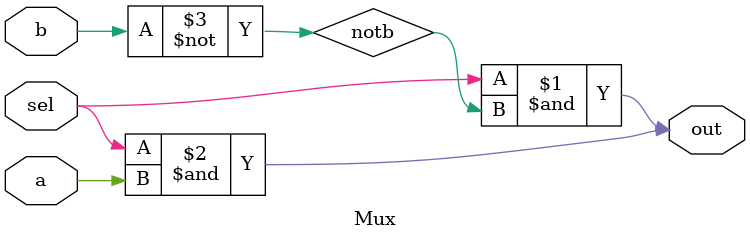
<source format=v>
module Mux(
out,
a,
b,
sel
);
//Inputs
input a;
input b;
input sel;
//outputs
output out;
//wires
wire a;
wire b;
wire sel;
wire out;

//intermediate
wire notb;
not(notb, b);
and(out, sel, notb);
and(out, sel, a); 
endmodule


</source>
